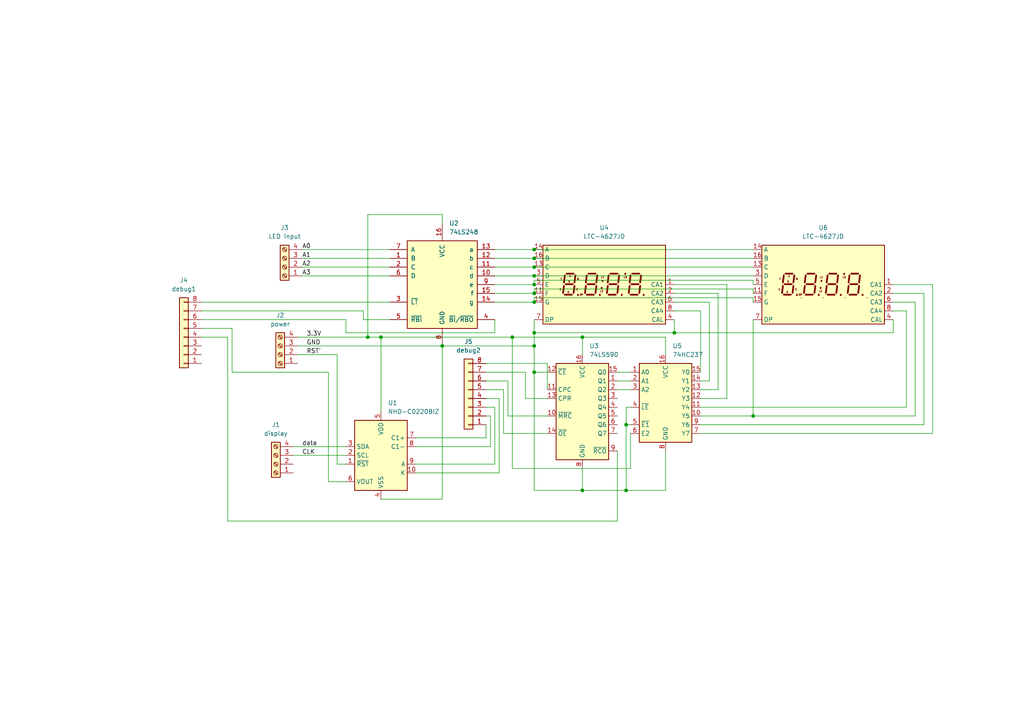
<source format=kicad_sch>
(kicad_sch (version 20211123) (generator eeschema)
  (paper "A4")
  (lib_symbols
    (symbol "74xx:74HC237"
      (property "Reference" "U" (at -7.62 13.97 0))
      (property "Value" "74HC237" (at 2.54 -11.43 0))
      (symbol "74HC237_0_1"
        (rectangle (start -7.62 12.7) (end 7.62 -10.16) (stroke (width 0.254)) (fill (type background)))
      )
      (symbol "74HC237_1_1"
        (pin input line (at -10.16 10.16 0) (length 2.54) (name "A0") (number "1"))
        (pin output line (at 10.16 -2.54 180) (length 2.54) (name "Y5") (number "10"))
        (pin output line (at 10.16 0 180) (length 2.54) (name "Y4") (number "11"))
        (pin output line (at 10.16 2.54 180) (length 2.54) (name "Y3") (number "12"))
        (pin output line (at 10.16 5.08 180) (length 2.54) (name "Y2") (number "13"))
        (pin output line (at 10.16 7.62 180) (length 2.54) (name "Y1") (number "14"))
        (pin output line (at 10.16 10.16 180) (length 2.54) (name "Y0") (number "15"))
        (pin power_in line (at 0 15.24 270) (length 2.54) (name "VCC") (number "16"))
        (pin input line (at -10.16 7.62 0) (length 2.54) (name "A1") (number "2"))
        (pin input line (at -10.16 5.08 0) (length 2.54) (name "A2") (number "3"))
        (pin input line (at -10.16 0 0) (length 2.54) (name "~{LE}") (number "4"))
        (pin input line (at -10.16 -5.08 0) (length 2.54) (name "~{E1}") (number "5"))
        (pin input line (at -10.16 -7.62 0) (length 2.54) (name "E2") (number "6"))
        (pin output line (at 10.16 -7.62 180) (length 2.54) (name "Y7") (number "7"))
        (pin power_in line (at 0 -12.7 90) (length 2.54) (name "GND") (number "8"))
        (pin output line (at 10.16 -5.08 180) (length 2.54) (name "Y6") (number "9"))
      )
    )
    (symbol "74xx:74LS248" (pin_names (offset 1.016))
      (property "Reference" "U" (at -7.62 13.97 0))
      (property "Value" "74LS248" (at -7.62 -13.97 0))
      (symbol "74LS248_1_0"
        (pin input line (at -15.24 7.62 0) (length 5.08) (name "B") (number "1"))
        (pin open_collector line (at 15.24 2.54 180) (length 5.08) (name "d") (number "10"))
        (pin open_collector line (at 15.24 5.08 180) (length 5.08) (name "c") (number "11"))
        (pin open_collector line (at 15.24 7.62 180) (length 5.08) (name "b") (number "12"))
        (pin open_collector line (at 15.24 10.16 180) (length 5.08) (name "a") (number "13"))
        (pin open_collector line (at 15.24 -5.08 180) (length 5.08) (name "g") (number "14"))
        (pin open_collector line (at 15.24 -2.54 180) (length 5.08) (name "f") (number "15"))
        (pin power_in line (at 0 17.78 270) (length 5.08) (name "VCC") (number "16"))
        (pin input line (at -15.24 5.08 0) (length 5.08) (name "C") (number "2"))
        (pin input line (at -15.24 -5.08 0) (length 5.08) (name "~{LT}") (number "3"))
        (pin open_collector line (at 15.24 -10.16 180) (length 5.08) (name "~{BI}/~{RBO}") (number "4"))
        (pin input line (at -15.24 -10.16 0) (length 5.08) (name "~{RBI}") (number "5"))
        (pin input line (at -15.24 2.54 0) (length 5.08) (name "D") (number "6"))
        (pin input line (at -15.24 10.16 0) (length 5.08) (name "A") (number "7"))
        (pin power_in line (at 0 -17.78 90) (length 5.08) (name "GND") (number "8"))
        (pin open_collector line (at 15.24 0 180) (length 5.08) (name "e") (number "9"))
      )
      (symbol "74LS248_1_1"
        (rectangle (start -10.16 12.7) (end 10.16 -12.7) (stroke (width 0.254)) (fill (type background)))
      )
    )
    (symbol "74xx:74LS590"
      (property "Reference" "U" (at -7.62 16.51 0))
      (property "Value" "74LS590" (at -7.62 -13.97 0))
      (symbol "74LS590_1_0"
        (pin tri_state line (at 10.16 10.16 180) (length 2.54) (name "Q1") (number "1"))
        (pin input line (at -10.16 0 0) (length 2.54) (name "~{MRC}") (number "10"))
        (pin input line (at -10.16 7.62 0) (length 2.54) (name "CPC") (number "11"))
        (pin input line (at -10.16 12.7 0) (length 2.54) (name "~{CE}") (number "12"))
        (pin input line (at -10.16 5.08 0) (length 2.54) (name "CPR") (number "13"))
        (pin input line (at -10.16 -5.08 0) (length 2.54) (name "~{OE}") (number "14"))
        (pin tri_state line (at 10.16 12.7 180) (length 2.54) (name "Q0") (number "15"))
        (pin power_in line (at 0 17.78 270) (length 2.54) (name "VCC") (number "16"))
        (pin tri_state line (at 10.16 7.62 180) (length 2.54) (name "Q2") (number "2"))
        (pin tri_state line (at 10.16 5.08 180) (length 2.54) (name "Q3") (number "3"))
        (pin tri_state line (at 10.16 2.54 180) (length 2.54) (name "Q4") (number "4"))
        (pin tri_state line (at 10.16 0 180) (length 2.54) (name "Q5") (number "5"))
        (pin tri_state line (at 10.16 -2.54 180) (length 2.54) (name "Q6") (number "6"))
        (pin tri_state line (at 10.16 -5.08 180) (length 2.54) (name "Q7") (number "7"))
        (pin power_in line (at 0 -15.24 90) (length 2.54) (name "GND") (number "8"))
        (pin output line (at 10.16 -10.16 180) (length 2.54) (name "~{RCO}") (number "9"))
      )
      (symbol "74LS590_1_1"
        (rectangle (start -7.62 15.24) (end 7.62 -12.7) (stroke (width 0.254)) (fill (type background)))
      )
    )
    (symbol "Connector:Screw_Terminal_01x04" (pin_names (offset 1.016) hide)
      (property "Reference" "J" (at 0 5.08 0))
      (property "Value" "Screw_Terminal_01x04" (at 0 -7.62 0))
      (symbol "Screw_Terminal_01x04_1_1"
        (rectangle (start -1.27 3.81) (end 1.27 -6.35) (stroke (width 0.254)) (fill (type background)))
        (circle (center 0 -5.08) (radius 0.635) (stroke (width 0.1524)))
        (circle (center 0 -2.54) (radius 0.635) (stroke (width 0.1524)))
        (polyline (pts (xy -0.5334 -4.7498) (xy 0.3302 -5.588)) (stroke (width 0.1524)))
        (polyline (pts (xy -0.5334 -2.2098) (xy 0.3302 -3.048)) (stroke (width 0.1524)))
        (polyline (pts (xy -0.5334 0.3302) (xy 0.3302 -0.508)) (stroke (width 0.1524)))
        (polyline (pts (xy -0.5334 2.8702) (xy 0.3302 2.032)) (stroke (width 0.1524)))
        (polyline (pts (xy -0.3556 -4.572) (xy 0.508 -5.4102)) (stroke (width 0.1524)))
        (polyline (pts (xy -0.3556 -2.032) (xy 0.508 -2.8702)) (stroke (width 0.1524)))
        (polyline (pts (xy -0.3556 0.508) (xy 0.508 -0.3302)) (stroke (width 0.1524)))
        (polyline (pts (xy -0.3556 3.048) (xy 0.508 2.2098)) (stroke (width 0.1524)))
        (circle (center 0 0) (radius 0.635) (stroke (width 0.1524)))
        (circle (center 0 2.54) (radius 0.635) (stroke (width 0.1524)))
        (pin passive line (at -5.08 2.54 0) (length 3.81) (name "Pin_1") (number "1"))
        (pin passive line (at -5.08 0 0) (length 3.81) (name "Pin_2") (number "2"))
        (pin passive line (at -5.08 -2.54 0) (length 3.81) (name "Pin_3") (number "3"))
        (pin passive line (at -5.08 -5.08 0) (length 3.81) (name "Pin_4") (number "4"))
      )
    )
    (symbol "Connector_Generic:Conn_01x08" (pin_names (offset 1.016) hide)
      (property "Reference" "J" (at 0 10.16 0))
      (property "Value" "Conn_01x08" (at 0 -12.7 0))
      (symbol "Conn_01x08_1_1"
        (rectangle (start -1.27 -10.033) (end 0 -10.287) (stroke (width 0.1524)))
        (rectangle (start -1.27 -7.493) (end 0 -7.747) (stroke (width 0.1524)))
        (rectangle (start -1.27 -4.953) (end 0 -5.207) (stroke (width 0.1524)))
        (rectangle (start -1.27 -2.413) (end 0 -2.667) (stroke (width 0.1524)))
        (rectangle (start -1.27 0.127) (end 0 -0.127) (stroke (width 0.1524)))
        (rectangle (start -1.27 2.667) (end 0 2.413) (stroke (width 0.1524)))
        (rectangle (start -1.27 5.207) (end 0 4.953) (stroke (width 0.1524)))
        (rectangle (start -1.27 7.747) (end 0 7.493) (stroke (width 0.1524)))
        (rectangle (start -1.27 8.89) (end 1.27 -11.43) (stroke (width 0.254)) (fill (type background)))
        (pin passive line (at -5.08 7.62 0) (length 3.81) (name "Pin_1") (number "1"))
        (pin passive line (at -5.08 5.08 0) (length 3.81) (name "Pin_2") (number "2"))
        (pin passive line (at -5.08 2.54 0) (length 3.81) (name "Pin_3") (number "3"))
        (pin passive line (at -5.08 0 0) (length 3.81) (name "Pin_4") (number "4"))
        (pin passive line (at -5.08 -2.54 0) (length 3.81) (name "Pin_5") (number "5"))
        (pin passive line (at -5.08 -5.08 0) (length 3.81) (name "Pin_6") (number "6"))
        (pin passive line (at -5.08 -7.62 0) (length 3.81) (name "Pin_7") (number "7"))
        (pin passive line (at -5.08 -10.16 0) (length 3.81) (name "Pin_8") (number "8"))
      )
    )
    (symbol "Display_Character:LTC-4627JD"
      (property "Reference" "U" (at -17.78 12.7 0))
      (property "Value" "LTC-4627JD" (at 17.78 12.7 0))
      (symbol "LTC-4627JD_0_1"
        (rectangle (start -17.78 -11.43) (end 17.78 11.43) (stroke (width 0.254)) (fill (type background)))
        (rectangle (start -6.35 -3.81) (end -6.35 -3.81) (stroke (width 0.254)))
        (rectangle (start 0 -3.81) (end 0 -3.81) (stroke (width 0.254)))
        (polyline (pts (xy -6.35 -3.81) (xy -6.35 -3.81)) (stroke (width 0.254)))
        (polyline (pts (xy 0 -3.81) (xy 0 -3.81)) (stroke (width 0.254)))
        (polyline (pts (xy 6.35 -3.81) (xy 6.35 -3.81)) (stroke (width 0.254)))
        (polyline (pts (xy 12.7 -3.81) (xy 12.7 -3.81)) (stroke (width 0.254)))
        (rectangle (start 6.35 -3.81) (end 6.35 -3.81) (stroke (width 0.254)))
        (rectangle (start 12.7 -3.81) (end 12.7 -3.81) (stroke (width 0.254)))
      )
      (symbol "LTC-4627JD_1_0"
        (text "A" (at -9.906 2.413 0) (effects (font (size 0.508 0.508))))
        (text "B" (at -7.62 1.651 0) (effects (font (size 0.508 0.508))))
        (text "C" (at -7.874 -1.397 0) (effects (font (size 0.508 0.508))))
        (text "D" (at -10.414 -2.159 0) (effects (font (size 0.508 0.508))))
        (text "DP" (at -6.604 -2.921 0) (effects (font (size 0.508 0.508))))
        (text "E" (at -12.7 -1.397 0) (effects (font (size 0.508 0.508))))
        (text "F" (at -12.446 1.651 0) (effects (font (size 0.508 0.508))))
        (text "G" (at -10.16 0.889 0) (effects (font (size 0.508 0.508))))
        (text "L1" (at -0.508 2.159 0) (effects (font (size 0.508 0.508))))
        (text "L2" (at -0.762 -1.905 0) (effects (font (size 0.508 0.508))))
        (text "L3" (at 6.096 2.159 0) (effects (font (size 0.508 0.508))))
      )
      (symbol "LTC-4627JD_1_1"
        (polyline (pts (xy -11.684 -0.381) (xy -11.938 -2.413)) (stroke (width 0.508)))
        (polyline (pts (xy -11.43 -2.921) (xy -9.398 -2.921)) (stroke (width 0.508)))
        (polyline (pts (xy -11.43 2.667) (xy -11.684 0.635)) (stroke (width 0.508)))
        (polyline (pts (xy -11.176 0.127) (xy -9.144 0.127)) (stroke (width 0.508)))
        (polyline (pts (xy -10.922 3.175) (xy -8.89 3.175)) (stroke (width 0.508)))
        (polyline (pts (xy -8.636 -0.381) (xy -8.89 -2.413)) (stroke (width 0.508)))
        (polyline (pts (xy -8.382 2.667) (xy -8.636 0.635)) (stroke (width 0.508)))
        (polyline (pts (xy -7.62 -3.048) (xy -7.62 -2.921)) (stroke (width 0.508)))
        (polyline (pts (xy -5.334 -0.381) (xy -5.588 -2.413)) (stroke (width 0.508)))
        (polyline (pts (xy -5.08 -2.921) (xy -3.048 -2.921)) (stroke (width 0.508)))
        (polyline (pts (xy -5.08 2.667) (xy -5.334 0.635)) (stroke (width 0.508)))
        (polyline (pts (xy -4.826 0.127) (xy -2.794 0.127)) (stroke (width 0.508)))
        (polyline (pts (xy -4.572 3.175) (xy -2.54 3.175)) (stroke (width 0.508)))
        (polyline (pts (xy -2.286 -0.381) (xy -2.54 -2.413)) (stroke (width 0.508)))
        (polyline (pts (xy -2.032 2.667) (xy -2.286 0.635)) (stroke (width 0.508)))
        (polyline (pts (xy -1.27 -3.048) (xy -1.27 -2.921)) (stroke (width 0.508)))
        (polyline (pts (xy -0.762 -1.016) (xy -0.762 -0.889)) (stroke (width 0.508)))
        (polyline (pts (xy -0.508 1.016) (xy -0.508 1.143)) (stroke (width 0.508)))
        (polyline (pts (xy 1.016 -0.381) (xy 0.762 -2.413)) (stroke (width 0.508)))
        (polyline (pts (xy 1.27 -2.921) (xy 3.302 -2.921)) (stroke (width 0.508)))
        (polyline (pts (xy 1.27 2.667) (xy 1.016 0.635)) (stroke (width 0.508)))
        (polyline (pts (xy 1.524 0.127) (xy 3.556 0.127)) (stroke (width 0.508)))
        (polyline (pts (xy 1.778 3.175) (xy 3.81 3.175)) (stroke (width 0.508)))
        (polyline (pts (xy 4.064 -0.381) (xy 3.81 -2.413)) (stroke (width 0.508)))
        (polyline (pts (xy 4.318 2.667) (xy 4.064 0.635)) (stroke (width 0.508)))
        (polyline (pts (xy 5.08 -3.048) (xy 5.08 -2.921)) (stroke (width 0.508)))
        (polyline (pts (xy 6.096 3.048) (xy 6.096 3.175)) (stroke (width 0.508)))
        (polyline (pts (xy 7.366 -0.381) (xy 7.112 -2.413)) (stroke (width 0.508)))
        (polyline (pts (xy 7.62 -2.921) (xy 9.652 -2.921)) (stroke (width 0.508)))
        (polyline (pts (xy 7.62 2.667) (xy 7.366 0.635)) (stroke (width 0.508)))
        (polyline (pts (xy 7.874 0.127) (xy 9.906 0.127)) (stroke (width 0.508)))
        (polyline (pts (xy 8.128 3.175) (xy 10.16 3.175)) (stroke (width 0.508)))
        (polyline (pts (xy 10.414 -0.381) (xy 10.16 -2.413)) (stroke (width 0.508)))
        (polyline (pts (xy 10.668 2.667) (xy 10.414 0.635)) (stroke (width 0.508)))
        (polyline (pts (xy 11.43 -3.048) (xy 11.43 -2.921)) (stroke (width 0.508)))
        (pin input line (at 20.32 0 180) (length 2.54) (name "CA1") (number "1"))
        (pin input line (at -20.32 -2.54 0) (length 2.54) (name "F") (number "11"))
        (pin input line (at -20.32 5.08 0) (length 2.54) (name "C") (number "13"))
        (pin input line (at -20.32 10.16 0) (length 2.54) (name "A") (number "14"))
        (pin input line (at -20.32 -5.08 0) (length 2.54) (name "G") (number "15"))
        (pin input line (at -20.32 7.62 0) (length 2.54) (name "B") (number "16"))
        (pin input line (at 20.32 -2.54 180) (length 2.54) (name "CA2") (number "2"))
        (pin input line (at -20.32 2.54 0) (length 2.54) (name "D") (number "3"))
        (pin input line (at 20.32 -10.16 180) (length 2.54) (name "CAL") (number "4"))
        (pin input line (at -20.32 0 0) (length 2.54) (name "E") (number "5"))
        (pin input line (at 20.32 -5.08 180) (length 2.54) (name "CA3") (number "6"))
        (pin input line (at -20.32 -10.16 0) (length 2.54) (name "DP") (number "7"))
        (pin input line (at 20.32 -7.62 180) (length 2.54) (name "CA4") (number "8"))
        (pin no_connect line (at 17.78 7.62 180) (length 2.54) hide (name "NC") (number "9"))
      )
    )
    (symbol "Display_Character:NHD-C0220BIZ"
      (property "Reference" "U" (at -6.35 11.43 0))
      (property "Value" "NHD-C0220BIZ" (at 8.89 11.43 0))
      (symbol "NHD-C0220BIZ_0_1"
        (rectangle (start -7.62 10.16) (end 7.62 -10.16) (stroke (width 0.254)) (fill (type background)))
      )
      (symbol "NHD-C0220BIZ_1_1"
        (pin input line (at -10.16 -2.54 0) (length 2.54) (name "~{RST}") (number "1"))
        (pin passive line (at 10.16 -5.08 180) (length 2.54) (name "K") (number "10"))
        (pin input line (at -10.16 0 0) (length 2.54) (name "SCL") (number "2"))
        (pin bidirectional line (at -10.16 2.54 0) (length 2.54) (name "SDA") (number "3"))
        (pin power_in line (at 0 -12.7 90) (length 2.54) (name "VSS") (number "4"))
        (pin power_in line (at 0 12.7 270) (length 2.54) (name "VDD") (number "5"))
        (pin passive line (at -10.16 -7.62 0) (length 2.54) (name "VOUT") (number "6"))
        (pin passive line (at 10.16 5.08 180) (length 2.54) (name "C1+") (number "7"))
        (pin passive line (at 10.16 2.54 180) (length 2.54) (name "C1-") (number "8"))
        (pin passive line (at 10.16 -2.54 180) (length 2.54) (name "A") (number "9"))
      )
    )
  )
  (junction (at 168.91 97.79))
  (junction (at 154.94 82.55))
  (junction (at 154.94 87.63))
  (junction (at 181.61 123.19))
  (junction (at 154.94 107.95))
  (junction (at 154.94 77.47))
  (junction (at 128.27 100.33))
  (junction (at 154.94 100.33))
  (junction (at 148.59 97.79))
  (junction (at 154.94 74.93))
  (junction (at 218.44 120.65))
  (junction (at 168.91 142.24))
  (junction (at 181.61 142.24))
  (junction (at 110.49 97.79))
  (junction (at 106.68 97.79))
  (junction (at 154.94 80.01))
  (junction (at 154.94 96.52))
  (junction (at 154.94 72.39))
  (junction (at 154.94 85.09))
  (junction (at 195.58 96.52))
  (wire (pts (xy 193.04 130.81) (xy 193.04 142.24)))
  (wire (pts (xy 97.79 134.62) (xy 97.79 102.87)))
  (wire (pts (xy 181.61 118.11) (xy 181.61 123.19)))
  (wire (pts (xy 85.09 132.08) (xy 100.33 132.08)))
  (wire (pts (xy 58.42 87.63) (xy 113.03 87.63)))
  (wire (pts (xy 87.63 74.93) (xy 113.03 74.93)))
  (wire (pts (xy 262.89 118.11) (xy 262.89 90.17)))
  (wire (pts (xy 67.31 95.25) (xy 58.42 95.25)))
  (wire (pts (xy 100.33 92.71) (xy 58.42 92.71)))
  (wire (pts (xy 87.63 80.01) (xy 113.03 80.01)))
  (wire (pts (xy 142.24 129.54) (xy 142.24 120.65)))
  (wire (pts (xy 203.2 125.73) (xy 270.51 125.73)))
  (wire (pts (xy 120.65 134.62) (xy 143.51 134.62)))
  (wire (pts (xy 195.58 96.52) (xy 154.94 96.52)))
  (wire (pts (xy 154.94 77.47) (xy 218.44 77.47)))
  (wire (pts (xy 218.44 83.82) (xy 154.94 83.82)))
  (wire (pts (xy 208.28 85.09) (xy 195.58 85.09)))
  (wire (pts (xy 218.44 87.63) (xy 218.44 86.36)))
  (wire (pts (xy 100.33 139.7) (xy 95.25 139.7)))
  (wire (pts (xy 193.04 142.24) (xy 181.61 142.24)))
  (wire (pts (xy 154.94 80.01) (xy 218.44 80.01)))
  (wire (pts (xy 95.25 139.7) (xy 95.25 107.95)))
  (wire (pts (xy 154.94 92.71) (xy 154.94 96.52)))
  (wire (pts (xy 218.44 86.36) (xy 154.94 86.36)))
  (wire (pts (xy 158.75 115.57) (xy 152.4 115.57)))
  (wire (pts (xy 168.91 97.79) (xy 168.91 102.87)))
  (wire (pts (xy 140.97 127) (xy 140.97 123.19)))
  (wire (pts (xy 179.07 151.13) (xy 66.04 151.13)))
  (wire (pts (xy 120.65 127) (xy 140.97 127)))
  (wire (pts (xy 203.2 107.95) (xy 203.2 90.17)))
  (wire (pts (xy 120.65 129.54) (xy 142.24 129.54)))
  (wire (pts (xy 143.51 82.55) (xy 154.94 82.55)))
  (wire (pts (xy 270.51 82.55) (xy 259.08 82.55)))
  (wire (pts (xy 147.32 110.49) (xy 140.97 110.49)))
  (wire (pts (xy 87.63 72.39) (xy 113.03 72.39)))
  (wire (pts (xy 154.94 81.28) (xy 154.94 82.55)))
  (wire (pts (xy 85.09 129.54) (xy 100.33 129.54)))
  (wire (pts (xy 182.88 125.73) (xy 182.88 135.89)))
  (wire (pts (xy 203.2 118.11) (xy 262.89 118.11)))
  (wire (pts (xy 110.49 144.78) (xy 128.27 144.78)))
  (wire (pts (xy 146.05 125.73) (xy 146.05 113.03)))
  (wire (pts (xy 154.94 142.24) (xy 168.91 142.24)))
  (wire (pts (xy 158.75 125.73) (xy 146.05 125.73)))
  (wire (pts (xy 106.68 62.23) (xy 106.68 97.79)))
  (wire (pts (xy 105.41 90.17) (xy 58.42 90.17)))
  (wire (pts (xy 154.94 107.95) (xy 154.94 142.24)))
  (wire (pts (xy 270.51 125.73) (xy 270.51 82.55)))
  (wire (pts (xy 143.51 118.11) (xy 140.97 118.11)))
  (wire (pts (xy 158.75 107.95) (xy 154.94 107.95)))
  (wire (pts (xy 265.43 120.65) (xy 265.43 87.63)))
  (wire (pts (xy 218.44 85.09) (xy 218.44 83.82)))
  (wire (pts (xy 143.51 74.93) (xy 154.94 74.93)))
  (wire (pts (xy 205.74 110.49) (xy 205.74 87.63)))
  (wire (pts (xy 106.68 97.79) (xy 110.49 97.79)))
  (wire (pts (xy 182.88 118.11) (xy 181.61 118.11)))
  (wire (pts (xy 179.07 113.03) (xy 182.88 113.03)))
  (wire (pts (xy 128.27 144.78) (xy 128.27 100.33)))
  (wire (pts (xy 110.49 97.79) (xy 110.49 119.38)))
  (wire (pts (xy 168.91 97.79) (xy 193.04 97.79)))
  (wire (pts (xy 148.59 135.89) (xy 182.88 135.89)))
  (wire (pts (xy 203.2 90.17) (xy 195.58 90.17)))
  (wire (pts (xy 154.94 100.33) (xy 154.94 107.95)))
  (wire (pts (xy 146.05 113.03) (xy 140.97 113.03)))
  (wire (pts (xy 120.65 137.16) (xy 144.78 137.16)))
  (wire (pts (xy 100.33 96.52) (xy 100.33 92.71)))
  (wire (pts (xy 218.44 120.65) (xy 265.43 120.65)))
  (wire (pts (xy 203.2 123.19) (xy 267.97 123.19)))
  (wire (pts (xy 154.94 74.93) (xy 218.44 74.93)))
  (wire (pts (xy 218.44 92.71) (xy 218.44 120.65)))
  (wire (pts (xy 144.78 115.57) (xy 140.97 115.57)))
  (wire (pts (xy 142.24 120.65) (xy 140.97 120.65)))
  (wire (pts (xy 179.07 110.49) (xy 182.88 110.49)))
  (wire (pts (xy 100.33 134.62) (xy 97.79 134.62)))
  (wire (pts (xy 218.44 82.55) (xy 218.44 81.28)))
  (wire (pts (xy 193.04 97.79) (xy 193.04 102.87)))
  (wire (pts (xy 203.2 110.49) (xy 205.74 110.49)))
  (wire (pts (xy 86.36 100.33) (xy 128.27 100.33)))
  (wire (pts (xy 128.27 62.23) (xy 128.27 64.77)))
  (wire (pts (xy 143.51 77.47) (xy 154.94 77.47)))
  (wire (pts (xy 195.58 96.52) (xy 259.08 96.52)))
  (wire (pts (xy 113.03 92.71) (xy 105.41 92.71)))
  (wire (pts (xy 181.61 123.19) (xy 181.61 142.24)))
  (wire (pts (xy 203.2 120.65) (xy 218.44 120.65)))
  (wire (pts (xy 143.51 87.63) (xy 154.94 87.63)))
  (wire (pts (xy 154.94 86.36) (xy 154.94 87.63)))
  (wire (pts (xy 195.58 92.71) (xy 195.58 96.52)))
  (wire (pts (xy 181.61 142.24) (xy 168.91 142.24)))
  (wire (pts (xy 147.32 120.65) (xy 147.32 110.49)))
  (wire (pts (xy 208.28 113.03) (xy 208.28 85.09)))
  (wire (pts (xy 158.75 105.41) (xy 158.75 113.03)))
  (wire (pts (xy 143.51 85.09) (xy 154.94 85.09)))
  (wire (pts (xy 152.4 107.95) (xy 140.97 107.95)))
  (wire (pts (xy 259.08 85.09) (xy 267.97 85.09)))
  (wire (pts (xy 87.63 77.47) (xy 113.03 77.47)))
  (wire (pts (xy 205.74 87.63) (xy 195.58 87.63)))
  (wire (pts (xy 143.51 92.71) (xy 143.51 96.52)))
  (wire (pts (xy 97.79 102.87) (xy 86.36 102.87)))
  (wire (pts (xy 265.43 87.63) (xy 259.08 87.63)))
  (wire (pts (xy 105.41 92.71) (xy 105.41 90.17)))
  (wire (pts (xy 154.94 72.39) (xy 218.44 72.39)))
  (wire (pts (xy 143.51 96.52) (xy 100.33 96.52)))
  (wire (pts (xy 203.2 115.57) (xy 210.82 115.57)))
  (wire (pts (xy 67.31 107.95) (xy 67.31 95.25)))
  (wire (pts (xy 259.08 92.71) (xy 259.08 96.52)))
  (wire (pts (xy 110.49 97.79) (xy 148.59 97.79)))
  (wire (pts (xy 66.04 151.13) (xy 66.04 97.79)))
  (wire (pts (xy 66.04 97.79) (xy 58.42 97.79)))
  (wire (pts (xy 154.94 96.52) (xy 154.94 100.33)))
  (wire (pts (xy 210.82 115.57) (xy 210.82 82.55)))
  (wire (pts (xy 143.51 72.39) (xy 154.94 72.39)))
  (wire (pts (xy 144.78 137.16) (xy 144.78 115.57)))
  (wire (pts (xy 152.4 115.57) (xy 152.4 107.95)))
  (wire (pts (xy 154.94 83.82) (xy 154.94 85.09)))
  (wire (pts (xy 218.44 81.28) (xy 154.94 81.28)))
  (wire (pts (xy 148.59 135.89) (xy 148.59 97.79)))
  (wire (pts (xy 262.89 90.17) (xy 259.08 90.17)))
  (wire (pts (xy 179.07 107.95) (xy 182.88 107.95)))
  (wire (pts (xy 148.59 97.79) (xy 168.91 97.79)))
  (wire (pts (xy 158.75 120.65) (xy 147.32 120.65)))
  (wire (pts (xy 140.97 105.41) (xy 158.75 105.41)))
  (wire (pts (xy 95.25 107.95) (xy 67.31 107.95)))
  (wire (pts (xy 86.36 97.79) (xy 106.68 97.79)))
  (wire (pts (xy 203.2 113.03) (xy 208.28 113.03)))
  (wire (pts (xy 143.51 80.01) (xy 154.94 80.01)))
  (wire (pts (xy 128.27 100.33) (xy 154.94 100.33)))
  (wire (pts (xy 143.51 134.62) (xy 143.51 118.11)))
  (wire (pts (xy 179.07 130.81) (xy 179.07 151.13)))
  (wire (pts (xy 106.68 62.23) (xy 128.27 62.23)))
  (wire (pts (xy 210.82 82.55) (xy 195.58 82.55)))
  (wire (pts (xy 168.91 135.89) (xy 168.91 142.24)))
  (wire (pts (xy 267.97 123.19) (xy 267.97 85.09)))
  (wire (pts (xy 181.61 123.19) (xy 182.88 123.19)))
  (label "A2" (at 87.63 77.47 0))
  (label "3.3V" (at 88.9 97.79 0))
  (label "A1" (at 87.63 74.93 0))
  (label "A3" (at 87.63 80.01 0))
  (label "RST'" (at 88.9 102.87 0))
  (label "GND" (at 88.9 100.33 0))
  (label "data" (at 87.63 129.54 0))
  (label "CLK" (at 87.63 132.08 0))
  (label "A0" (at 87.63 72.39 0))
  (symbol (lib_id "Display_Character:LTC-4627JD") (at 238.76 82.55 0) (unit 1)
    (property "Reference" "U6" (at 238.76 66.04 0))
    (property "Value" "LTC-4627JD" (at 238.76 68.58 0))
    (property "Footprint" "Display_7Segment:LTC-4627Jx" (effects hide))
    (property "Datasheet" "http://optoelectronics.liteon.com/upload/download/DS30-2001-093/LTC-4627JD.pdf" (effects hide))
  )
  (symbol (lib_id "Connector:Screw_Terminal_01x04") (at 80.01 134.62 180) (unit 1)
    (property "Reference" "J1" (at 80.01 123.19 0))
    (property "Value" "display" (at 80.01 125.73 0))
    (property "Footprint" "Connector:FanPinHeader_1x04_P2.54mm_Vertical" (effects hide))
  )
  (symbol (lib_id "Connector_Generic:Conn_01x08") (at 135.89 115.57 180) (unit 1)
    (property "Reference" "J5" (at 135.89 99.06 0))
    (property "Value" "debug2" (at 135.89 101.6 0))
    (property "Footprint" "Connector_PinHeader_2.54mm:PinHeader_1x08_P2.54mm_Horizontal" (effects hide))
  )
  (symbol (lib_id "74xx:74HC237") (at 193.04 118.11 0) (unit 1)
    (property "Reference" "U5" (at 195.0594 100.33 0) (effects (justify left)))
    (property "Value" "74HC237" (at 195.0594 102.87 0) (effects (justify left)))
    (property "Footprint" "74xx:Demult_CD74HC237" (effects hide))
    (property "Datasheet" "http://www.ti.com/lit/ds/symlink/cd74hc237.pdf" (effects hide))
  )
  (symbol (lib_id "74xx:74LS590") (at 168.91 120.65 0) (unit 1)
    (property "Reference" "U3" (at 170.9294 100.33 0) (effects (justify left)))
    (property "Value" "74LS590" (at 170.9294 102.87 0) (effects (justify left)))
    (property "Footprint" "74xx:Counter_74LS590" (effects hide))
    (property "Datasheet" "http://www.ti.com/lit/gpn/sn74ls590" (effects hide))
  )
  (symbol (lib_id "Connector:Screw_Terminal_01x04") (at 81.28 102.87 180) (unit 1)
    (property "Reference" "J2" (at 81.28 91.44 0))
    (property "Value" "power" (at 81.28 93.98 0))
    (property "Footprint" "Connector:FanPinHeader_1x04_P2.54mm_Vertical" (effects hide))
  )
  (symbol (lib_id "Display_Character:NHD-C0220BIZ") (at 110.49 132.08 0) (unit 1)
    (property "Reference" "U1" (at 112.5094 116.84 0) (effects (justify left)))
    (property "Value" "NHD-C0220BIZ" (at 112.5094 119.38 0) (effects (justify left)))
    (property "Footprint" "Display:NHD-C0220BiZ" (effects hide))
    (property "Datasheet" "http://www.newhavendisplay.com/specs/NHD-C0220BiZ-FSW-FBW-3V3M.pdf" (effects hide))
  )
  (symbol (lib_id "Connector:Screw_Terminal_01x04") (at 82.55 77.47 180) (unit 1)
    (property "Reference" "J3" (at 82.55 66.04 0))
    (property "Value" "LED input" (at 82.55 68.58 0))
    (property "Footprint" "Connector:FanPinHeader_1x04_P2.54mm_Vertical" (effects hide))
  )
  (symbol (lib_id "Display_Character:LTC-4627JD") (at 175.26 82.55 0) (unit 1)
    (property "Reference" "U4" (at 175.26 66.04 0))
    (property "Value" "LTC-4627JD" (at 175.26 68.58 0))
    (property "Footprint" "Display_7Segment:LTC-4627Jx" (effects hide))
    (property "Datasheet" "http://optoelectronics.liteon.com/upload/download/DS30-2001-093/LTC-4627JD.pdf" (effects hide))
  )
  (symbol (lib_id "74xx:74LS248") (at 128.27 82.55 0) (unit 1)
    (property "Reference" "U2" (at 130.2894 64.77 0) (effects (justify left)))
    (property "Value" "74LS248" (at 130.2894 67.31 0) (effects (justify left)))
    (property "Footprint" "74xx:Decoder_74LS248" (effects hide))
    (property "Datasheet" "http://www.ti.com/lit/gpn/sn74LS248" (effects hide))
  )
  (symbol (lib_id "Connector_Generic:Conn_01x08") (at 53.34 97.79 180) (unit 1)
    (property "Reference" "J4" (at 53.34 81.28 0))
    (property "Value" "debug1" (at 53.34 83.82 0))
    (property "Footprint" "Connector_PinHeader_2.54mm:PinHeader_1x08_P2.54mm_Horizontal" (effects hide))
  )
)
</source>
